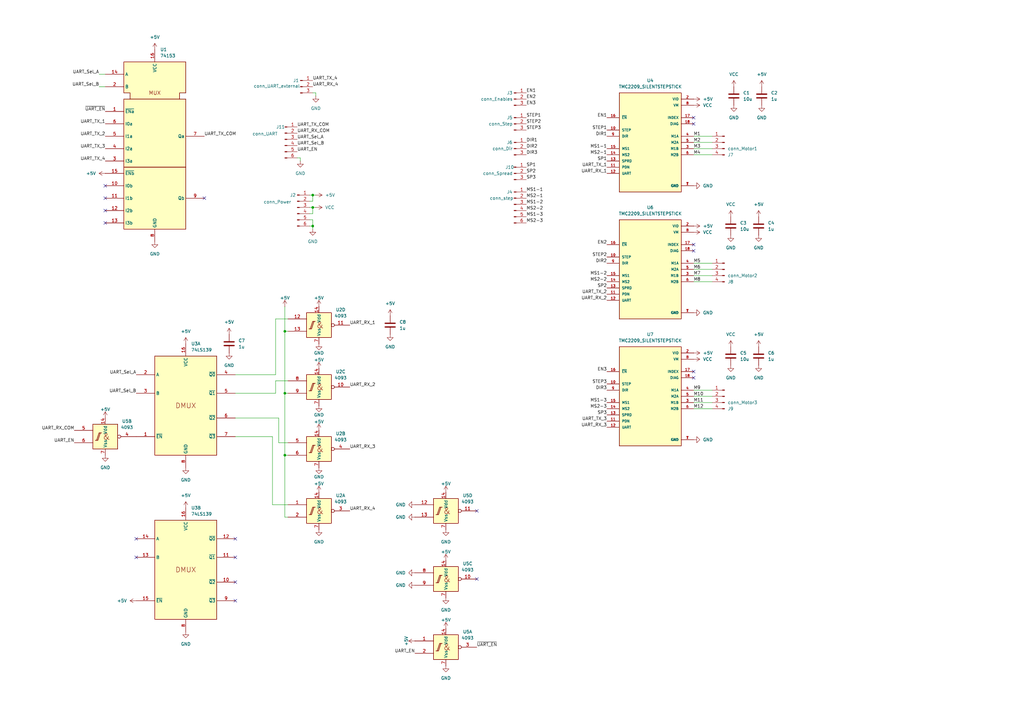
<source format=kicad_sch>
(kicad_sch (version 20231120) (generator "eeschema") (generator_version "8.0")
  (paper "A3")
  (title_block (title "Motor Driver Breakout") (date "2024-07-31") (rev "v0.1") (comment 1 "Author: Alexander Wersching") (comment 3 "P-Seminar Robotic") (comment 4 "Project GoBot"))
  (lib_symbols
    (symbol "4xxx_IEEE:4093"
      (property "Reference" "U" (at 3.81 6.35 0))
      (property "Value" "4093" (at 5.08 -6.35 0))
      (symbol "4093_0_0"
        (rectangle (start -5.08 5.08) (end 5.08 -5.08) (stroke (width 0.254)) (fill (type background)))
        (polyline (pts (xy -4.064 -1.524) (xy -3.048 -1.524) (xy -2.032 1.524) (xy -1.524 1.524) (xy -2.54 1.524) (xy -3.556 -1.524) (xy -3.556 -1.524)) (stroke (width 0.254)) (fill (type background)))
        (text "&" (at 0.508 0 0) (effects (font (size 2.54 2.54))))
        (pin power_in line (at 0 7.62 270) (length 2.54) (name "Vdd") (number "14"))
        (pin power_in line (at 0 -7.62 90) (length 2.54) (name "Vss") (number "7"))
      )
      (symbol "4093_1_1"
        (pin input line (at -12.7 2.54 0) (length 7.62) (name "~") (number "1"))
        (pin input line (at -12.7 -2.54 0) (length 7.62) (name "~") (number "2"))
        (pin output inverted (at 12.7 0 180) (length 7.62) (name "~") (number "3"))
      )
      (symbol "4093_2_1"
        (pin output inverted (at 12.7 0 180) (length 7.62) (name "~") (number "4"))
        (pin input line (at -12.7 2.54 0) (length 7.62) (name "~") (number "5"))
        (pin input line (at -12.7 -2.54 0) (length 7.62) (name "~") (number "6"))
      )
      (symbol "4093_3_1"
        (pin output inverted (at 12.7 0 180) (length 7.62) (name "~") (number "10"))
        (pin input line (at -12.7 2.54 0) (length 7.62) (name "~") (number "8"))
        (pin input line (at -12.7 -2.54 0) (length 7.62) (name "~") (number "9"))
      )
      (symbol "4093_4_1"
        (pin output inverted (at 12.7 0 180) (length 7.62) (name "~") (number "11"))
        (pin input line (at -12.7 2.54 0) (length 7.62) (name "~") (number "12"))
        (pin input line (at -12.7 -2.54 0) (length 7.62) (name "~") (number "13"))
      )
    )
    (symbol "74xx_IEEE:74153"
      (property "Reference" "U" (at 15.24 40.64 0))
      (property "Value" "74153" (at 7.62 -33.02 0))
      (symbol "74153_0_0"
        (rectangle (start -12.7 -5.08) (end 12.7 -30.48) (stroke (width 0.254)) (fill (type background)))
        (rectangle (start -12.7 22.86) (end 12.7 -5.08) (stroke (width 0.254)) (fill (type background)))
        (polyline (pts (xy -10.16 22.86) (xy -10.16 25.4) (xy -12.7 25.4) (xy -12.7 38.1) (xy 12.7 38.1) (xy 12.7 25.4) (xy 10.16 25.4) (xy 10.16 22.86) (xy 10.16 22.86)) (stroke (width 0.254)) (fill (type background)))
        (text "MUX" (at 0 25.4 0) (effects (font (size 1.524 1.524))))
        (pin power_in line (at 0 43.18 270) (length 5.08) (name "VCC") (number "16"))
        (pin power_in line (at 0 -35.56 90) (length 5.08) (name "GND") (number "8"))
      )
      (symbol "74153_1_1"
        (pin input line (at -20.32 17.78 0) (length 7.62) (name "~{ENa}") (number "1"))
        (pin input line (at -20.32 -12.7 0) (length 7.62) (name "I0b") (number "10"))
        (pin input line (at -20.32 -17.78 0) (length 7.62) (name "I1b") (number "11"))
        (pin input line (at -20.32 -22.86 0) (length 7.62) (name "I2b") (number "12"))
        (pin input line (at -20.32 -27.94 0) (length 7.62) (name "I3b") (number "13"))
        (pin input line (at -20.32 33.02 0) (length 7.62) (name "A") (number "14"))
        (pin input line (at -20.32 -7.62 0) (length 7.62) (name "~{ENb}") (number "15"))
        (pin input line (at -20.32 27.94 0) (length 7.62) (name "B") (number "2"))
        (pin input line (at -20.32 -2.54 0) (length 7.62) (name "I3a") (number "3"))
        (pin input line (at -20.32 2.54 0) (length 7.62) (name "I2a") (number "4"))
        (pin input line (at -20.32 7.62 0) (length 7.62) (name "I1a") (number "5"))
        (pin input line (at -20.32 12.7 0) (length 7.62) (name "I0a") (number "6"))
        (pin output line (at 20.32 7.62 180) (length 7.62) (name "Qa") (number "7"))
        (pin output line (at 20.32 -17.78 180) (length 7.62) (name "Qb") (number "9"))
      )
    )
    (symbol "74xx_IEEE:74LS139"
      (property "Reference" "U" (at 12.7 22.86 0))
      (property "Value" "74LS139" (at 15.24 -22.86 0))
      (symbol "74LS139_0_0"
        (rectangle (start -12.7 20.32) (end 12.7 -20.32) (stroke (width 0.254)) (fill (type background)))
        (text "DMUX" (at 0 0 0) (effects (font (size 2.032 2.032))))
        (pin power_in line (at 0 25.4 270) (length 5.08) (name "VCC") (number "16"))
        (pin power_in line (at 0 -25.4 90) (length 5.08) (name "GND") (number "8"))
      )
      (symbol "74LS139_1_1"
        (pin input line (at -20.32 -12.7 0) (length 7.62) (name "~{EN}") (number "1"))
        (pin input line (at -20.32 12.7 0) (length 7.62) (name "A") (number "2"))
        (pin input line (at -20.32 5.08 0) (length 7.62) (name "B") (number "3"))
        (pin output line (at 20.32 12.7 180) (length 7.62) (name "~{Q0}") (number "4"))
        (pin output line (at 20.32 5.08 180) (length 7.62) (name "~{Q1}") (number "5"))
        (pin output line (at 20.32 -5.08 180) (length 7.62) (name "~{Q2}") (number "6"))
        (pin output line (at 20.32 -12.7 180) (length 7.62) (name "~{Q3}") (number "7"))
      )
      (symbol "74LS139_2_1"
        (pin output line (at 20.32 -5.08 180) (length 7.62) (name "~{Q2}") (number "10"))
        (pin output line (at 20.32 5.08 180) (length 7.62) (name "~{Q1}") (number "11"))
        (pin output line (at 20.32 12.7 180) (length 7.62) (name "~{Q0}") (number "12"))
        (pin input line (at -20.32 5.08 0) (length 7.62) (name "B") (number "13"))
        (pin input line (at -20.32 12.7 0) (length 7.62) (name "A") (number "14"))
        (pin input line (at -20.32 -12.7 0) (length 7.62) (name "~{EN}") (number "15"))
        (pin output line (at 20.32 -12.7 180) (length 7.62) (name "~{Q3}") (number "9"))
      )
    )
    (symbol "Connector:Conn_01x03_Pin" (pin_names (offset 1.016) hide)
      (property "Reference" "J" (at 0 5.08 0))
      (property "Value" "Conn_01x03_Pin" (at 0 -5.08 0))
      (symbol "Conn_01x03_Pin_1_1"
        (polyline (pts (xy 1.27 -2.54) (xy 0.8636 -2.54)) (stroke (width 0.1524)))
        (polyline (pts (xy 1.27 0) (xy 0.8636 0)) (stroke (width 0.1524)))
        (polyline (pts (xy 1.27 2.54) (xy 0.8636 2.54)) (stroke (width 0.1524)))
        (rectangle (start 0.8636 -2.413) (end 0 -2.667) (stroke (width 0.1524)) (fill (type outline)))
        (rectangle (start 0.8636 0.127) (end 0 -0.127) (stroke (width 0.1524)) (fill (type outline)))
        (rectangle (start 0.8636 2.667) (end 0 2.413) (stroke (width 0.1524)) (fill (type outline)))
        (pin passive line (at 5.08 2.54 180) (length 3.81) (name "Pin_1") (number "1"))
        (pin passive line (at 5.08 0 180) (length 3.81) (name "Pin_2") (number "2"))
        (pin passive line (at 5.08 -2.54 180) (length 3.81) (name "Pin_3") (number "3"))
      )
    )
    (symbol "Connector:Conn_01x04_Pin" (pin_names (offset 1.016) hide)
      (property "Reference" "J" (at 0 5.08 0))
      (property "Value" "Conn_01x04_Pin" (at 0 -7.62 0))
      (symbol "Conn_01x04_Pin_1_1"
        (polyline (pts (xy 1.27 -5.08) (xy 0.8636 -5.08)) (stroke (width 0.1524)))
        (polyline (pts (xy 1.27 -2.54) (xy 0.8636 -2.54)) (stroke (width 0.1524)))
        (polyline (pts (xy 1.27 0) (xy 0.8636 0)) (stroke (width 0.1524)))
        (polyline (pts (xy 1.27 2.54) (xy 0.8636 2.54)) (stroke (width 0.1524)))
        (rectangle (start 0.8636 -4.953) (end 0 -5.207) (stroke (width 0.1524)) (fill (type outline)))
        (rectangle (start 0.8636 -2.413) (end 0 -2.667) (stroke (width 0.1524)) (fill (type outline)))
        (rectangle (start 0.8636 0.127) (end 0 -0.127) (stroke (width 0.1524)) (fill (type outline)))
        (rectangle (start 0.8636 2.667) (end 0 2.413) (stroke (width 0.1524)) (fill (type outline)))
        (pin passive line (at 5.08 2.54 180) (length 3.81) (name "Pin_1") (number "1"))
        (pin passive line (at 5.08 0 180) (length 3.81) (name "Pin_2") (number "2"))
        (pin passive line (at 5.08 -2.54 180) (length 3.81) (name "Pin_3") (number "3"))
        (pin passive line (at 5.08 -5.08 180) (length 3.81) (name "Pin_4") (number "4"))
      )
    )
    (symbol "Connector:Conn_01x06_Pin" (pin_names (offset 1.016) hide)
      (property "Reference" "J" (at 0 7.62 0))
      (property "Value" "Conn_01x06_Pin" (at 0 -10.16 0))
      (symbol "Conn_01x06_Pin_1_1"
        (polyline (pts (xy 1.27 -7.62) (xy 0.8636 -7.62)) (stroke (width 0.1524)))
        (polyline (pts (xy 1.27 -5.08) (xy 0.8636 -5.08)) (stroke (width 0.1524)))
        (polyline (pts (xy 1.27 -2.54) (xy 0.8636 -2.54)) (stroke (width 0.1524)))
        (polyline (pts (xy 1.27 0) (xy 0.8636 0)) (stroke (width 0.1524)))
        (polyline (pts (xy 1.27 2.54) (xy 0.8636 2.54)) (stroke (width 0.1524)))
        (polyline (pts (xy 1.27 5.08) (xy 0.8636 5.08)) (stroke (width 0.1524)))
        (rectangle (start 0.8636 -7.493) (end 0 -7.747) (stroke (width 0.1524)) (fill (type outline)))
        (rectangle (start 0.8636 -4.953) (end 0 -5.207) (stroke (width 0.1524)) (fill (type outline)))
        (rectangle (start 0.8636 -2.413) (end 0 -2.667) (stroke (width 0.1524)) (fill (type outline)))
        (rectangle (start 0.8636 0.127) (end 0 -0.127) (stroke (width 0.1524)) (fill (type outline)))
        (rectangle (start 0.8636 2.667) (end 0 2.413) (stroke (width 0.1524)) (fill (type outline)))
        (rectangle (start 0.8636 5.207) (end 0 4.953) (stroke (width 0.1524)) (fill (type outline)))
        (pin passive line (at 5.08 5.08 180) (length 3.81) (name "Pin_1") (number "1"))
        (pin passive line (at 5.08 2.54 180) (length 3.81) (name "Pin_2") (number "2"))
        (pin passive line (at 5.08 0 180) (length 3.81) (name "Pin_3") (number "3"))
        (pin passive line (at 5.08 -2.54 180) (length 3.81) (name "Pin_4") (number "4"))
        (pin passive line (at 5.08 -5.08 180) (length 3.81) (name "Pin_5") (number "5"))
        (pin passive line (at 5.08 -7.62 180) (length 3.81) (name "Pin_6") (number "6"))
      )
    )
    (symbol "Device:C" (pin_numbers hide) (pin_names (offset 0.254))
      (property "Reference" "C" (at 0.635 2.54 0))
      (property "Value" "C" (at 0.635 -2.54 0))
      (symbol "C_0_1"
        (polyline (pts (xy -2.032 -0.762) (xy 2.032 -0.762)) (stroke (width 0.508)))
        (polyline (pts (xy -2.032 0.762) (xy 2.032 0.762)) (stroke (width 0.508)))
      )
      (symbol "C_1_1"
        (pin passive line (at 0 3.81 270) (length 2.794) (name "~") (number "1"))
        (pin passive line (at 0 -3.81 90) (length 2.794) (name "~") (number "2"))
      )
    )
    (symbol "TMC2209:TMC2209_SILENTSTEPSTICK" (pin_names (offset 1.016))
      (property "Reference" "U" (at -12.7 22.86 0))
      (property "Value" "TMC2209_SILENTSTEPSTICK" (at -12.7 -22.86 0))
      (symbol "TMC2209_SILENTSTEPSTICK_0_0"
        (rectangle (start -12.7 -20.32) (end 12.7 20.32) (stroke (width 0.254)) (fill (type background)))
        (pin power_in line (at 17.78 -17.78 180) (length 5.08) (name "GND") (number "1"))
        (pin input line (at -17.78 5.08 0) (length 5.08) (name "STEP") (number "10"))
        (pin bidirectional line (at -17.78 -10.16 0) (length 5.08) (name "PDN") (number "11"))
        (pin bidirectional line (at -17.78 -12.7 0) (length 5.08) (name "UART") (number "12"))
        (pin input line (at -17.78 -7.62 0) (length 5.08) (name "SPRD") (number "13"))
        (pin input line (at -17.78 -5.08 0) (length 5.08) (name "MS2") (number "14"))
        (pin input line (at -17.78 -2.54 0) (length 5.08) (name "MS1") (number "15"))
        (pin input line (at -17.78 10.16 0) (length 5.08) (name "~{EN}") (number "16"))
        (pin output line (at 17.78 10.16 180) (length 5.08) (name "INDEX") (number "17"))
        (pin output line (at 17.78 7.62 180) (length 5.08) (name "DIAG") (number "18"))
        (pin power_in line (at 17.78 17.78 180) (length 5.08) (name "VIO") (number "2"))
        (pin output line (at 17.78 -2.54 180) (length 5.08) (name "M1B") (number "3"))
        (pin output line (at 17.78 2.54 180) (length 5.08) (name "M1A") (number "4"))
        (pin output line (at 17.78 0 180) (length 5.08) (name "M2A") (number "5"))
        (pin output line (at 17.78 -5.08 180) (length 5.08) (name "M2B") (number "6"))
        (pin power_in line (at 17.78 -17.78 180) (length 5.08) (name "GND") (number "7"))
        (pin power_in line (at 17.78 15.24 180) (length 5.08) (name "VM") (number "8"))
        (pin input line (at -17.78 2.54 0) (length 5.08) (name "DIR") (number "9"))
      )
    )
    (symbol "power:+5V" (power) (pin_numbers hide) (pin_names (offset 0) hide)
      (property "Value" "+5V" (at 0 3.556 0))
      (symbol "+5V_0_1"
        (polyline (pts (xy -0.762 1.27) (xy 0 2.54)))
        (polyline (pts (xy 0 0) (xy 0 2.54)))
        (polyline (pts (xy 0 2.54) (xy 0.762 1.27)))
      )
      (symbol "+5V_1_1"
        (pin power_in line (at 0 0 90) (length 0) (name "~") (number "1"))
      )
    )
    (symbol "power:GND" (power) (pin_numbers hide) (pin_names (offset 0) hide)
      (property "Value" "GND" (at 0 -3.81 0))
      (symbol "GND_0_1"
        (polyline (pts (xy 0 0) (xy 0 -1.27) (xy 1.27 -1.27) (xy 0 -2.54) (xy -1.27 -1.27) (xy 0 -1.27)))
      )
      (symbol "GND_1_1"
        (pin power_in line (at 0 0 270) (length 0) (name "~") (number "1"))
      )
    )
    (symbol "power:VCC" (power) (pin_numbers hide) (pin_names (offset 0) hide)
      (property "Value" "VCC" (at 0 3.556 0))
      (symbol "VCC_0_1"
        (polyline (pts (xy -0.762 1.27) (xy 0 2.54)))
        (polyline (pts (xy 0 0) (xy 0 2.54)))
        (polyline (pts (xy 0 2.54) (xy 0.762 1.27)))
      )
      (symbol "VCC_1_1"
        (pin power_in line (at 0 0 90) (length 0) (name "~") (number "1"))
      )
    )
  )
  (junction (at 116.84 186.69))
  (junction (at 128.27 92.71))
  (junction (at 116.84 161.29))
  (junction (at 116.84 135.89))
  (junction (at 128.27 85.09))
  (junction (at 128.27 80.01))
  (no_connect (at 195.58 237.49))
  (no_connect (at 43.18 76.2))
  (no_connect (at 284.48 48.26))
  (no_connect (at 96.52 246.38))
  (no_connect (at 284.48 154.94))
  (no_connect (at 284.48 50.8))
  (no_connect (at 43.18 86.36))
  (no_connect (at 43.18 81.28))
  (no_connect (at 55.88 228.6))
  (no_connect (at 96.52 238.76))
  (no_connect (at 43.18 91.44))
  (no_connect (at 96.52 228.6))
  (no_connect (at 96.52 220.98))
  (no_connect (at 195.58 209.55))
  (no_connect (at 55.88 220.98))
  (no_connect (at 284.48 152.4))
  (no_connect (at 284.48 100.33))
  (no_connect (at 83.82 81.28))
  (no_connect (at 284.48 102.87))
  (wire (pts (xy 128.27 38.1) (xy 129.54 38.1)))
  (wire (pts (xy 284.48 165.1) (xy 292.1 165.1)))
  (wire (pts (xy 128.27 90.17) (xy 128.27 92.71)))
  (wire (pts (xy 116.84 135.89) (xy 116.84 161.29)))
  (wire (pts (xy 284.48 160.02) (xy 292.1 160.02)))
  (wire (pts (xy 111.76 207.01) (xy 111.76 179.07)))
  (wire (pts (xy 116.84 135.89) (xy 118.11 135.89)))
  (wire (pts (xy 40.64 35.56) (xy 43.18 35.56)))
  (wire (pts (xy 127 82.55) (xy 128.27 82.55)))
  (wire (pts (xy 128.27 80.01) (xy 129.54 80.01)))
  (wire (pts (xy 128.27 80.01) (xy 128.27 82.55)))
  (wire (pts (xy 284.48 63.5) (xy 292.1 63.5)))
  (wire (pts (xy 113.03 156.21) (xy 113.03 161.29)))
  (wire (pts (xy 284.48 107.95) (xy 292.1 107.95)))
  (wire (pts (xy 111.76 179.07) (xy 96.52 179.07)))
  (wire (pts (xy 113.03 130.81) (xy 118.11 130.81)))
  (wire (pts (xy 121.92 64.77) (xy 123.19 64.77)))
  (wire (pts (xy 116.84 186.69) (xy 118.11 186.69)))
  (wire (pts (xy 114.3 181.61) (xy 118.11 181.61)))
  (wire (pts (xy 127 80.01) (xy 128.27 80.01)))
  (wire (pts (xy 123.19 64.77) (xy 123.19 66.04)))
  (wire (pts (xy 127 87.63) (xy 128.27 87.63)))
  (wire (pts (xy 129.54 38.1) (xy 129.54 39.37)))
  (wire (pts (xy 127 90.17) (xy 128.27 90.17)))
  (wire (pts (xy 116.84 186.69) (xy 116.84 212.09)))
  (wire (pts (xy 284.48 115.57) (xy 292.1 115.57)))
  (wire (pts (xy 284.48 110.49) (xy 292.1 110.49)))
  (wire (pts (xy 127 85.09) (xy 128.27 85.09)))
  (wire (pts (xy 113.03 153.67) (xy 113.03 130.81)))
  (wire (pts (xy 118.11 161.29) (xy 116.84 161.29)))
  (wire (pts (xy 96.52 153.67) (xy 113.03 153.67)))
  (wire (pts (xy 127 92.71) (xy 128.27 92.71)))
  (wire (pts (xy 113.03 161.29) (xy 96.52 161.29)))
  (wire (pts (xy 284.48 167.64) (xy 292.1 167.64)))
  (wire (pts (xy 284.48 58.42) (xy 292.1 58.42)))
  (wire (pts (xy 40.64 30.48) (xy 43.18 30.48)))
  (wire (pts (xy 116.84 212.09) (xy 118.11 212.09)))
  (wire (pts (xy 284.48 60.96) (xy 292.1 60.96)))
  (wire (pts (xy 284.48 55.88) (xy 292.1 55.88)))
  (wire (pts (xy 128.27 93.98) (xy 128.27 92.71)))
  (wire (pts (xy 284.48 113.03) (xy 292.1 113.03)))
  (wire (pts (xy 116.84 161.29) (xy 116.84 186.69)))
  (wire (pts (xy 128.27 85.09) (xy 129.54 85.09)))
  (wire (pts (xy 128.27 85.09) (xy 128.27 87.63)))
  (wire (pts (xy 96.52 171.45) (xy 114.3 171.45)))
  (wire (pts (xy 118.11 156.21) (xy 113.03 156.21)))
  (wire (pts (xy 114.3 171.45) (xy 114.3 181.61)))
  (wire (pts (xy 116.84 125.73) (xy 116.84 135.89)))
  (wire (pts (xy 284.48 162.56) (xy 292.1 162.56)))
  (wire (pts (xy 118.11 207.01) (xy 111.76 207.01)))
  (label "M12" (at 284.48 167.64 0))
  (label "UART_EN" (at 30.48 181.61 180))
  (label "UART_RX_2" (at 248.92 123.19 180))
  (label "STEP1" (at 248.92 53.34 180))
  (label "SP3" (at 248.92 170.18 180))
  (label "UART_RX_2" (at 143.51 158.75 0))
  (label "SP2" (at 215.9 71.12 0))
  (label "UART_Sel_B" (at 40.64 35.56 180))
  (label "EN3" (at 215.9 43.18 0))
  (label "UART_RX_3" (at 143.51 184.15 0))
  (label "SP3" (at 215.9 73.66 0))
  (label "M5" (at 284.48 107.95 0))
  (label "UART_RX_4" (at 143.51 209.55 0))
  (label "UART_RX_COM" (at 121.92 54.61 0))
  (label "UART_RX_3" (at 248.92 175.26 180))
  (label "MS1-3" (at 248.92 165.1 180))
  (label "DIR3" (at 248.92 160.02 180))
  (label "EN1" (at 215.9 38.1 0))
  (label "UART_TX_4" (at 43.18 66.04 180))
  (label "STEP3" (at 248.92 157.48 180))
  (label "EN1" (at 248.92 48.26 180))
  (label "UART_TX_1" (at 248.92 68.58 180))
  (label "MS2-3" (at 215.9 91.44 0))
  (label "M11" (at 284.48 165.1 0))
  (label "MS2-2" (at 248.92 115.57 180))
  (label "M9" (at 284.48 160.02 0))
  (label "UART_Sel_A" (at 40.64 30.48 180))
  (label "DIR2" (at 215.9 60.96 0))
  (label "M6" (at 284.48 110.49 0))
  (label "UART_TX_1" (at 43.18 50.8 180))
  (label "MS1-1" (at 215.9 78.74 0))
  (label "EN2" (at 248.92 100.33 180))
  (label "EN3" (at 248.92 152.4 180))
  (label "DIR1" (at 248.92 55.88 180))
  (label "M8" (at 284.48 115.57 0))
  (label "M10" (at 284.48 162.56 0))
  (label "UART_RX_1" (at 143.51 133.35 0))
  (label "STEP1" (at 215.9 48.26 0))
  (label "DIR3" (at 215.9 63.5 0))
  (label "MS1-2" (at 215.9 83.82 0))
  (label "MS1-3" (at 215.9 88.9 0))
  (label "M2" (at 284.48 58.42 0))
  (label "UART_Sel_B" (at 121.92 59.69 0))
  (label "SP1" (at 248.92 66.04 180))
  (label "MS1-1" (at 248.92 60.96 180))
  (label "UART_TX_COM" (at 83.82 55.88 0))
  (label "MS2-1" (at 248.92 63.5 180))
  (label "DIR1" (at 215.9 58.42 0))
  (label "UART_TX_2" (at 43.18 55.88 180))
  (label "STEP2" (at 248.92 105.41 180))
  (label "SP2" (at 248.92 118.11 180))
  (label "UART_TX_3" (at 43.18 60.96 180))
  (label "UART_TX_COM" (at 121.92 52.07 0))
  (label "~{UART_EN}" (at 43.18 45.72 180))
  (label "UART_TX_3" (at 248.92 172.72 180))
  (label "STEP2" (at 215.9 50.8 0))
  (label "M4" (at 284.48 63.5 0))
  (label "UART_RX_4" (at 128.27 35.56 0))
  (label "SP1" (at 215.9 68.58 0))
  (label "UART_EN" (at 170.18 267.97 180))
  (label "UART_TX_2" (at 248.92 120.65 180))
  (label "MS1-2" (at 248.92 113.03 180))
  (label "EN2" (at 215.9 40.64 0))
  (label "M3" (at 284.48 60.96 0))
  (label "UART_RX_COM" (at 30.48 176.53 180))
  (label "~{UART_EN}" (at 195.58 265.43 0))
  (label "UART_Sel_B" (at 55.88 161.29 180))
  (label "UART_Sel_A" (at 121.92 57.15 0))
  (label "UART_TX_4" (at 128.27 33.02 0))
  (label "UART_RX_1" (at 248.92 71.12 180))
  (label "UART_Sel_A" (at 55.88 153.67 180))
  (label "M7" (at 284.48 113.03 0))
  (label "STEP3" (at 215.9 53.34 0))
  (label "M1" (at 284.48 55.88 0))
  (label "MS2-3" (at 248.92 167.64 180))
  (label "MS2-1" (at 215.9 81.28 0))
  (label "MS2-2" (at 215.9 86.36 0))
  (label "UART_EN" (at 121.92 62.23 0))
  (label "DIR2" (at 248.92 107.95 180))
  (symbol (lib_id "74xx_IEEE:74LS139") (at 76.2 233.68 0) (unit 2)
    (property "Reference" "U3" (at 78.3941 208.28 0) (effects (justify left)))
    (property "Value" "74LS139" (at 78.3941 210.82 0) (effects (justify left)))
    (property "Footprint" "Package_DIP:DIP-16_W7.62mm_Socket" (effects (hide yes)))
    (property "Datasheet" "http://www.ti.com/lit/ds/symlink/sn74ls139a.pdf" (effects (hide yes)))
    (property "Description" "Dual Decoder 1 of 4, Active low outputs" (effects (hide yes)))
  )
  (symbol (lib_id "power:+5V") (at 43.18 71.12 90) (unit 1)
    (property "Reference" "#PWR022" (effects (hide yes)))
    (property "Value" "+5V" (at 39.37 71.1199 90) (effects (justify left)))
    (property "Description" "Power symbol creates a global label with name \"+5V\"" (effects (hide yes)))
  )
  (symbol (lib_id "power:+5V") (at 43.18 171.45 0) (unit 1)
    (property "Reference" "#PWR08" (effects (hide yes)))
    (property "Value" "+5V" (at 43.18 167.894 0))
    (property "Description" "Power symbol creates a global label with name \"+5V\"" (effects (hide yes)))
  )
  (symbol (lib_id "TMC2209:TMC2209_SILENTSTEPSTICK") (at 266.7 58.42 0) (unit 1)
    (property "Reference" "U4" (at 266.7 33.02 0))
    (property "Value" "TMC2209_SILENTSTEPSTICK" (at 266.7 35.56 0))
    (property "Footprint" "TMC2209:MODULE_TMC2209_SILENTSTEPSTICK" (effects (hide yes)))
    (property "MF" "Trinamic Motion Control GmbH" (effects (hide yes)))
    (property "Description_1" "\nTMC2209 Motor Controller/Driver Power Management Evaluation Board\n" (effects (hide yes)))
    (property "Package" "None" (effects (hide yes)))
    (property "Price" "None" (effects (hide yes)))
    (property "Check_prices" "https://www.snapeda.com/parts/TMC2209%20SILENTSTEPSTICK/Trinamic+Motion+Control+GmbH/view-part/?ref=eda" (effects (hide yes)))
    (property "STANDARD" "Manufacturer Recommendations" (effects (hide yes)))
    (property "PARTREV" "1.20" (effects (hide yes)))
    (property "SnapEDA_Link" "https://www.snapeda.com/parts/TMC2209%20SILENTSTEPSTICK/Trinamic+Motion+Control+GmbH/view-part/?ref=snap" (effects (hide yes)))
    (property "MP" "TMC2209 SILENTSTEPSTICK" (effects (hide yes)))
    (property "MANUFACTURER" "Trinamic Motion Control GmbH" (effects (hide yes)))
    (property "Availability" "In Stock" (effects (hide yes)))
    (property "SNAPEDA_PN" "TMC2209 SILENTSTEPSTICK" (effects (hide yes)))
  )
  (symbol (lib_id "4xxx_IEEE:4093") (at 130.81 184.15 0) (unit 2)
    (property "Reference" "U2" (at 139.7 177.8314 0))
    (property "Value" "4093" (at 139.7 180.3714 0))
    (property "Footprint" "Package_DIP:DIP-14_W7.62mm_Socket" (effects (hide yes)))
  )
  (symbol (lib_id "power:VCC") (at 299.72 88.9 0) (unit 1)
    (property "Reference" "#PWR041" (effects (hide yes)))
    (property "Value" "VCC" (at 299.72 83.82 0))
    (property "Description" "Power symbol creates a global label with name \"VCC\"" (effects (hide yes)))
  )
  (symbol (lib_id "power:GND") (at 170.18 240.03 270) (unit 1)
    (property "Reference" "#PWR031" (effects (hide yes)))
    (property "Value" "GND" (at 166.37 240.0299 90) (effects (justify right)))
    (property "Description" "Power symbol creates a global label with name \"GND\" , ground" (effects (hide yes)))
  )
  (symbol (lib_id "Device:C") (at 93.98 140.97 0) (unit 1)
    (property "Reference" "C7" (at 97.79 139.6999 0) (effects (justify left)))
    (property "Value" "1u" (at 97.79 142.2399 0) (effects (justify left)))
    (property "Footprint" "Capacitor_THT:C_Disc_D5.1mm_W3.2mm_P5.00mm" (effects (hide yes)))
    (property "Description" "Unpolarized capacitor" (effects (hide yes)))
  )
  (symbol (lib_id "Connector:Conn_01x04_Pin") (at 297.18 110.49 0) (mirror y) (unit 1)
    (property "Reference" "J8" (at 298.45 115.57 0) (effects (justify right)))
    (property "Value" "conn_Motor2" (at 298.45 113.03 0) (effects (justify right)))
    (property "Footprint" "Connector_PinHeader_2.54mm:PinHeader_1x04_P2.54mm_Vertical" (effects (hide yes)))
    (property "Description" "Generic connector, single row, 01x04, script generated" (effects (hide yes)))
  )
  (symbol (lib_id "power:+5V") (at 311.15 88.9 0) (unit 1)
    (property "Reference" "#PWR043" (effects (hide yes)))
    (property "Value" "+5V" (at 311.15 83.82 0))
    (property "Description" "Power symbol creates a global label with name \"+5V\"" (effects (hide yes)))
  )
  (symbol (lib_id "Device:C") (at 311.15 146.05 0) (unit 1)
    (property "Reference" "C6" (at 314.96 144.7799 0) (effects (justify left)))
    (property "Value" "1u" (at 314.96 147.3199 0) (effects (justify left)))
    (property "Footprint" "Capacitor_THT:C_Disc_D5.1mm_W3.2mm_P5.00mm" (effects (hide yes)))
    (property "Description" "Unpolarized capacitor" (effects (hide yes)))
  )
  (symbol (lib_id "4xxx_IEEE:4093") (at 182.88 265.43 0) (unit 1)
    (property "Reference" "U5" (at 191.77 259.1114 0))
    (property "Value" "4093" (at 191.77 261.6514 0))
    (property "Footprint" "Package_DIP:DIP-14_W7.62mm_Socket" (effects (hide yes)))
  )
  (symbol (lib_id "power:+5V") (at 130.81 176.53 0) (unit 1)
    (property "Reference" "#PWR04" (effects (hide yes)))
    (property "Value" "+5V" (at 130.81 172.974 0))
    (property "Description" "Power symbol creates a global label with name \"+5V\"" (effects (hide yes)))
  )
  (symbol (lib_id "power:GND") (at 299.72 96.52 0) (unit 1)
    (property "Reference" "#PWR042" (effects (hide yes)))
    (property "Value" "GND" (at 299.72 101.6 0))
    (property "Description" "Power symbol creates a global label with name \"GND\" , ground" (effects (hide yes)))
  )
  (symbol (lib_id "power:VCC") (at 284.48 95.25 270) (unit 1)
    (property "Reference" "#PWR028" (effects (hide yes)))
    (property "Value" "VCC" (at 288.29 95.2499 90) (effects (justify left)))
    (property "Description" "Power symbol creates a global label with name \"VCC\"" (effects (hide yes)))
  )
  (symbol (lib_id "Device:C") (at 312.42 39.37 0) (unit 1)
    (property "Reference" "C2" (at 316.23 38.0999 0) (effects (justify left)))
    (property "Value" "1u" (at 316.23 40.6399 0) (effects (justify left)))
    (property "Footprint" "Capacitor_THT:C_Disc_D5.1mm_W3.2mm_P5.00mm" (effects (hide yes)))
    (property "Description" "Unpolarized capacitor" (effects (hide yes)))
  )
  (symbol (lib_id "Connector:Conn_01x03_Pin") (at 210.82 40.64 0) (unit 1)
    (property "Reference" "J3" (at 209.042 38.1 0))
    (property "Value" "conn_Enables" (at 210.312 40.64 0) (effects (justify right)))
    (property "Footprint" "Connector_PinHeader_2.54mm:PinHeader_1x03_P2.54mm_Vertical" (effects (hide yes)))
    (property "Description" "Generic connector, single row, 01x03, script generated" (effects (hide yes)))
  )
  (symbol (lib_id "4xxx_IEEE:4093") (at 130.81 158.75 0) (unit 3)
    (property "Reference" "U2" (at 139.7 152.4314 0))
    (property "Value" "4093" (at 139.7 154.9714 0))
    (property "Footprint" "Package_DIP:DIP-14_W7.62mm_Socket" (effects (hide yes)))
  )
  (symbol (lib_id "power:+5V") (at 284.48 92.71 270) (unit 1)
    (property "Reference" "#PWR023" (effects (hide yes)))
    (property "Value" "+5V" (at 288.29 92.7099 90) (effects (justify left)))
    (property "Description" "Power symbol creates a global label with name \"+5V\"" (effects (hide yes)))
  )
  (symbol (lib_id "power:+5V") (at 55.88 246.38 90) (unit 1)
    (property "Reference" "#PWR021" (effects (hide yes)))
    (property "Value" "+5V" (at 52.07 246.3799 90) (effects (justify left)))
    (property "Description" "Power symbol creates a global label with name \"+5V\"" (effects (hide yes)))
  )
  (symbol (lib_id "power:+5V") (at 130.81 151.13 0) (unit 1)
    (property "Reference" "#PWR046" (effects (hide yes)))
    (property "Value" "+5V" (at 130.81 147.574 0))
    (property "Description" "Power symbol creates a global label with name \"+5V\"" (effects (hide yes)))
  )
  (symbol (lib_id "power:+5V") (at 160.02 129.54 0) (unit 1)
    (property "Reference" "#PWR057" (effects (hide yes)))
    (property "Value" "+5V" (at 160.02 124.46 0))
    (property "Description" "Power symbol creates a global label with name \"+5V\"" (effects (hide yes)))
  )
  (symbol (lib_id "74xx_IEEE:74LS139") (at 76.2 166.37 0) (unit 1)
    (property "Reference" "U3" (at 78.3941 140.97 0) (effects (justify left)))
    (property "Value" "74LS139" (at 78.3941 143.51 0) (effects (justify left)))
    (property "Footprint" "Package_DIP:DIP-16_W7.62mm_Socket" (effects (hide yes)))
    (property "Datasheet" "http://www.ti.com/lit/ds/symlink/sn74ls139a.pdf" (effects (hide yes)))
    (property "Description" "Dual Decoder 1 of 4, Active low outputs" (effects (hide yes)))
  )
  (symbol (lib_id "power:GND") (at 43.18 186.69 0) (unit 1)
    (property "Reference" "#PWR015" (effects (hide yes)))
    (property "Value" "GND" (at 43.18 191.77 0))
    (property "Description" "Power symbol creates a global label with name \"GND\" , ground" (effects (hide yes)))
  )
  (symbol (lib_id "power:+5V") (at 284.48 40.64 270) (unit 1)
    (property "Reference" "#PWR0103" (effects (hide yes)))
    (property "Value" "+5V" (at 288.29 40.6399 90) (effects (justify left)))
    (property "Description" "Power symbol creates a global label with name \"+5V\"" (effects (hide yes)))
  )
  (symbol (lib_id "power:GND") (at 170.18 234.95 270) (unit 1)
    (property "Reference" "#PWR032" (effects (hide yes)))
    (property "Value" "GND" (at 166.37 234.9499 90) (effects (justify right)))
    (property "Description" "Power symbol creates a global label with name \"GND\" , ground" (effects (hide yes)))
  )
  (symbol (lib_id "power:VCC") (at 300.99 35.56 0) (unit 1)
    (property "Reference" "#PWR038" (effects (hide yes)))
    (property "Value" "VCC" (at 300.99 30.48 0))
    (property "Description" "Power symbol creates a global label with name \"VCC\"" (effects (hide yes)))
  )
  (symbol (lib_id "power:GND") (at 76.2 259.08 0) (unit 1)
    (property "Reference" "#PWR03" (effects (hide yes)))
    (property "Value" "GND" (at 76.2 264.16 0))
    (property "Description" "Power symbol creates a global label with name \"GND\" , ground" (effects (hide yes)))
  )
  (symbol (lib_id "Connector:Conn_01x06_Pin") (at 210.82 83.82 0) (unit 1)
    (property "Reference" "J4" (at 209.042 78.74 0))
    (property "Value" "conn_step" (at 210.566 81.28 0) (effects (justify right)))
    (property "Footprint" "Connector_PinHeader_2.54mm:PinHeader_1x06_P2.54mm_Vertical" (effects (hide yes)))
    (property "Description" "Generic connector, single row, 01x06, script generated" (effects (hide yes)))
  )
  (symbol (lib_id "power:GND") (at 182.88 273.05 0) (unit 1)
    (property "Reference" "#PWR017" (effects (hide yes)))
    (property "Value" "GND" (at 182.88 278.13 0))
    (property "Description" "Power symbol creates a global label with name \"GND\" , ground" (effects (hide yes)))
  )
  (symbol (lib_id "power:GND") (at 284.48 180.34 90) (unit 1)
    (property "Reference" "#PWR026" (effects (hide yes)))
    (property "Value" "GND" (at 288.29 180.3399 90) (effects (justify right)))
    (property "Description" "Power symbol creates a global label with name \"GND\" , ground" (effects (hide yes)))
  )
  (symbol (lib_id "74xx_IEEE:74153") (at 63.5 63.5 0) (unit 1)
    (property "Reference" "U1" (at 65.6941 20.32 0) (effects (justify left)))
    (property "Value" "74153" (at 65.6941 22.86 0) (effects (justify left)))
    (property "Footprint" "Package_SO:SOIC-16_3.9x9.9mm_P1.27mm" (effects (hide yes)))
  )
  (symbol (lib_id "4xxx_IEEE:4093") (at 130.81 209.55 0) (unit 1)
    (property "Reference" "U2" (at 139.7 203.2314 0))
    (property "Value" "4093" (at 139.7 205.7714 0))
    (property "Footprint" "Package_DIP:DIP-14_W7.62mm_Socket" (effects (hide yes)))
  )
  (symbol (lib_id "Connector:Conn_01x06_Pin") (at 116.84 57.15 0) (unit 1)
    (property "Reference" "J11" (at 115.062 52.07 0))
    (property "Value" "conn_UART" (at 108.712 54.864 0))
    (property "Footprint" "Connector_PinHeader_2.54mm:PinHeader_1x06_P2.54mm_Vertical" (effects (hide yes)))
    (property "Description" "Generic connector, single row, 01x06, script generated" (effects (hide yes)))
  )
  (symbol (lib_id "power:+5V") (at 116.84 125.73 0) (unit 1)
    (property "Reference" "#PWR014" (effects (hide yes)))
    (property "Value" "+5V" (at 116.84 122.174 0))
    (property "Description" "Power symbol creates a global label with name \"+5V\"" (effects (hide yes)))
  )
  (symbol (lib_id "power:GND") (at 182.88 217.17 0) (unit 1)
    (property "Reference" "#PWR018" (effects (hide yes)))
    (property "Value" "GND" (at 182.88 222.25 0))
    (property "Description" "Power symbol creates a global label with name \"GND\" , ground" (effects (hide yes)))
  )
  (symbol (lib_id "Connector:Conn_01x03_Pin") (at 210.82 50.8 0) (unit 1)
    (property "Reference" "J5" (at 209.042 48.26 0))
    (property "Value" "conn_Step" (at 210.312 50.8 0) (effects (justify right)))
    (property "Footprint" "Connector_PinHeader_2.54mm:PinHeader_1x03_P2.54mm_Vertical" (effects (hide yes)))
    (property "Description" "Generic connector, single row, 01x03, script generated" (effects (hide yes)))
  )
  (symbol (lib_id "4xxx_IEEE:4093") (at 43.18 179.07 0) (unit 2)
    (property "Reference" "U5" (at 52.07 172.7514 0))
    (property "Value" "4093" (at 52.07 175.2914 0))
    (property "Footprint" "Package_DIP:DIP-14_W7.62mm_Socket" (effects (hide yes)))
  )
  (symbol (lib_id "Device:C") (at 300.99 39.37 0) (unit 1)
    (property "Reference" "C1" (at 304.8 38.0999 0) (effects (justify left)))
    (property "Value" "10u" (at 304.8 40.6399 0) (effects (justify left)))
    (property "Footprint" "Capacitor_THT:CP_Radial_D5.0mm_P2.00mm" (effects (hide yes)))
    (property "Description" "Unpolarized capacitor" (effects (hide yes)))
  )
  (symbol (lib_id "power:+5V") (at 76.2 208.28 0) (unit 1)
    (property "Reference" "#PWR010" (effects (hide yes)))
    (property "Value" "+5V" (at 76.2 203.2 0))
    (property "Description" "Power symbol creates a global label with name \"+5V\"" (effects (hide yes)))
  )
  (symbol (lib_id "power:VCC") (at 284.48 147.32 270) (unit 1)
    (property "Reference" "#PWR029" (effects (hide yes)))
    (property "Value" "VCC" (at 288.29 147.3199 90) (effects (justify left)))
    (property "Description" "Power symbol creates a global label with name \"VCC\"" (effects (hide yes)))
  )
  (symbol (lib_id "4xxx_IEEE:4093") (at 182.88 237.49 0) (unit 3)
    (property "Reference" "U5" (at 191.77 231.1714 0))
    (property "Value" "4093" (at 191.77 233.7114 0))
    (property "Footprint" "Package_DIP:DIP-14_W7.62mm_Socket" (effects (hide yes)))
  )
  (symbol (lib_id "power:GND") (at 300.99 43.18 0) (unit 1)
    (property "Reference" "#PWR020" (effects (hide yes)))
    (property "Value" "GND" (at 300.99 48.26 0))
    (property "Description" "Power symbol creates a global label with name \"GND\" , ground" (effects (hide yes)))
  )
  (symbol (lib_id "power:+5V") (at 130.81 125.73 0) (unit 1)
    (property "Reference" "#PWR044" (effects (hide yes)))
    (property "Value" "+5V" (at 130.81 122.174 0))
    (property "Description" "Power symbol creates a global label with name \"+5V\"" (effects (hide yes)))
  )
  (symbol (lib_id "power:+5V") (at 182.88 257.81 0) (unit 1)
    (property "Reference" "#PWR06" (effects (hide yes)))
    (property "Value" "+5V" (at 182.88 254.254 0))
    (property "Description" "Power symbol creates a global label with name \"+5V\"" (effects (hide yes)))
  )
  (symbol (lib_id "Connector:Conn_01x03_Pin") (at 210.82 71.12 0) (unit 1)
    (property "Reference" "J10" (at 209.042 68.58 0))
    (property "Value" "conn_Spread" (at 210.312 71.12 0) (effects (justify right)))
    (property "Footprint" "Connector_PinHeader_2.54mm:PinHeader_1x03_P2.54mm_Vertical" (effects (hide yes)))
    (property "Description" "Generic connector, single row, 01x03, script generated" (effects (hide yes)))
  )
  (symbol (lib_id "power:+5V") (at 76.2 140.97 0) (unit 1)
    (property "Reference" "#PWR019" (effects (hide yes)))
    (property "Value" "+5V" (at 76.2 135.8899 0))
    (property "Description" "Power symbol creates a global label with name \"+5V\"" (effects (hide yes)))
  )
  (symbol (lib_id "Device:C") (at 160.02 133.35 0) (unit 1)
    (property "Reference" "C8" (at 163.83 132.0799 0) (effects (justify left)))
    (property "Value" "1u" (at 163.83 134.6199 0) (effects (justify left)))
    (property "Footprint" "Capacitor_THT:C_Disc_D5.1mm_W3.2mm_P5.00mm" (effects (hide yes)))
    (property "Description" "Unpolarized capacitor" (effects (hide yes)))
  )
  (symbol (lib_id "power:GND") (at 93.98 144.78 0) (unit 1)
    (property "Reference" "#PWR056" (effects (hide yes)))
    (property "Value" "GND" (at 93.98 149.86 0))
    (property "Description" "Power symbol creates a global label with name \"GND\" , ground" (effects (hide yes)))
  )
  (symbol (lib_id "power:+5V") (at 129.54 80.01 270) (unit 1)
    (property "Reference" "#PWR036" (effects (hide yes)))
    (property "Value" "+5V" (at 133.35 80.0099 90) (effects (justify left)))
    (property "Description" "Power symbol creates a global label with name \"+5V\"" (effects (hide yes)))
  )
  (symbol (lib_id "power:VCC") (at 284.48 43.18 270) (unit 1)
    (property "Reference" "#PWR027" (effects (hide yes)))
    (property "Value" "VCC" (at 288.29 43.1799 90) (effects (justify left)))
    (property "Description" "Power symbol creates a global label with name \"VCC\"" (effects (hide yes)))
  )
  (symbol (lib_id "power:GND") (at 284.48 76.2 90) (unit 1)
    (property "Reference" "#PWR02" (effects (hide yes)))
    (property "Value" "GND" (at 288.29 76.1999 90) (effects (justify right)))
    (property "Description" "Power symbol creates a global label with name \"GND\" , ground" (effects (hide yes)))
  )
  (symbol (lib_id "power:GND") (at 170.18 207.01 270) (unit 1)
    (property "Reference" "#PWR033" (effects (hide yes)))
    (property "Value" "GND" (at 166.37 207.0099 90) (effects (justify right)))
    (property "Description" "Power symbol creates a global label with name \"GND\" , ground" (effects (hide yes)))
  )
  (symbol (lib_id "Device:C") (at 299.72 146.05 0) (unit 1)
    (property "Reference" "C5" (at 303.53 144.7799 0) (effects (justify left)))
    (property "Value" "10u" (at 303.53 147.3199 0) (effects (justify left)))
    (property "Footprint" "Capacitor_THT:CP_Radial_D5.0mm_P2.00mm" (effects (hide yes)))
    (property "Description" "Unpolarized capacitor" (effects (hide yes)))
  )
  (symbol (lib_id "TMC2209:TMC2209_SILENTSTEPSTICK") (at 266.7 162.56 0) (unit 1)
    (property "Reference" "U7" (at 266.7 137.16 0))
    (property "Value" "TMC2209_SILENTSTEPSTICK" (at 266.7 139.7 0))
    (property "Footprint" "TMC2209:MODULE_TMC2209_SILENTSTEPSTICK" (effects (hide yes)))
    (property "MF" "Trinamic Motion Control GmbH" (effects (hide yes)))
    (property "Description_1" "\nTMC2209 Motor Controller/Driver Power Management Evaluation Board\n" (effects (hide yes)))
    (property "Package" "None" (effects (hide yes)))
    (property "Price" "None" (effects (hide yes)))
    (property "Check_prices" "https://www.snapeda.com/parts/TMC2209%20SILENTSTEPSTICK/Trinamic+Motion+Control+GmbH/view-part/?ref=eda" (effects (hide yes)))
    (property "STANDARD" "Manufacturer Recommendations" (effects (hide yes)))
    (property "PARTREV" "1.20" (effects (hide yes)))
    (property "SnapEDA_Link" "https://www.snapeda.com/parts/TMC2209%20SILENTSTEPSTICK/Trinamic+Motion+Control+GmbH/view-part/?ref=snap" (effects (hide yes)))
    (property "MP" "TMC2209 SILENTSTEPSTICK" (effects (hide yes)))
    (property "MANUFACTURER" "Trinamic Motion Control GmbH" (effects (hide yes)))
    (property "Availability" "In Stock" (effects (hide yes)))
    (property "SNAPEDA_PN" "TMC2209 SILENTSTEPSTICK" (effects (hide yes)))
  )
  (symbol (lib_id "Connector:Conn_01x03_Pin") (at 123.19 35.56 0) (unit 1)
    (property "Reference" "J1" (at 121.412 33.02 0))
    (property "Value" "conn_UART_external" (at 113.538 35.306 0))
    (property "Footprint" "Connector_PinHeader_2.54mm:PinHeader_1x03_P2.54mm_Vertical" (effects (hide yes)))
    (property "Description" "Generic connector, single row, 01x03, script generated" (effects (hide yes)))
  )
  (symbol (lib_id "power:+5V") (at 93.98 137.16 0) (unit 1)
    (property "Reference" "#PWR055" (effects (hide yes)))
    (property "Value" "+5V" (at 93.98 132.08 0))
    (property "Description" "Power symbol creates a global label with name \"+5V\"" (effects (hide yes)))
  )
  (symbol (lib_id "power:GND") (at 130.81 140.97 0) (unit 1)
    (property "Reference" "#PWR045" (effects (hide yes)))
    (property "Value" "GND" (at 130.81 144.78 0))
    (property "Description" "Power symbol creates a global label with name \"GND\" , ground" (effects (hide yes)))
  )
  (symbol (lib_id "power:GND") (at 182.88 245.11 0) (unit 1)
    (property "Reference" "#PWR016" (effects (hide yes)))
    (property "Value" "GND" (at 182.88 250.19 0))
    (property "Description" "Power symbol creates a global label with name \"GND\" , ground" (effects (hide yes)))
  )
  (symbol (lib_id "Connector:Conn_01x03_Pin") (at 210.82 60.96 0) (unit 1)
    (property "Reference" "J6" (at 209.042 58.42 0))
    (property "Value" "conn_Dir" (at 210.312 60.96 0) (effects (justify right)))
    (property "Footprint" "Connector_PinHeader_2.54mm:PinHeader_1x03_P2.54mm_Vertical" (effects (hide yes)))
    (property "Description" "Generic connector, single row, 01x03, script generated" (effects (hide yes)))
  )
  (symbol (lib_id "4xxx_IEEE:4093") (at 182.88 209.55 0) (unit 4)
    (property "Reference" "U5" (at 191.77 203.2314 0))
    (property "Value" "4093" (at 191.77 205.7714 0))
    (property "Footprint" "Package_DIP:DIP-14_W7.62mm_Socket" (effects (hide yes)))
  )
  (symbol (lib_id "power:+5V") (at 182.88 229.87 0) (unit 1)
    (property "Reference" "#PWR09" (effects (hide yes)))
    (property "Value" "+5V" (at 182.88 226.314 0))
    (property "Description" "Power symbol creates a global label with name \"+5V\"" (effects (hide yes)))
  )
  (symbol (lib_id "power:GND") (at 129.54 39.37 0) (unit 1)
    (property "Reference" "#PWR012" (effects (hide yes)))
    (property "Value" "GND" (at 129.54 44.45 0))
    (property "Description" "Power symbol creates a global label with name \"GND\" , ground" (effects (hide yes)))
  )
  (symbol (lib_id "power:GND") (at 130.81 217.17 0) (unit 1)
    (property "Reference" "#PWR049" (effects (hide yes)))
    (property "Value" "GND" (at 130.81 222.25 0))
    (property "Description" "Power symbol creates a global label with name \"GND\" , ground" (effects (hide yes)))
  )
  (symbol (lib_id "power:+5V") (at 284.48 144.78 270) (unit 1)
    (property "Reference" "#PWR025" (effects (hide yes)))
    (property "Value" "+5V" (at 288.29 144.7799 90) (effects (justify left)))
    (property "Description" "Power symbol creates a global label with name \"+5V\"" (effects (hide yes)))
  )
  (symbol (lib_id "power:+5V") (at 130.81 201.93 0) (unit 1)
    (property "Reference" "#PWR048" (effects (hide yes)))
    (property "Value" "+5V" (at 130.81 198.374 0))
    (property "Description" "Power symbol creates a global label with name \"+5V\"" (effects (hide yes)))
  )
  (symbol (lib_id "power:GND") (at 311.15 96.52 0) (unit 1)
    (property "Reference" "#PWR050" (effects (hide yes)))
    (property "Value" "GND" (at 311.15 101.6 0))
    (property "Description" "Power symbol creates a global label with name \"GND\" , ground" (effects (hide yes)))
  )
  (symbol (lib_id "Connector:Conn_01x04_Pin") (at 297.18 162.56 0) (mirror y) (unit 1)
    (property "Reference" "J9" (at 298.45 167.64 0) (effects (justify right)))
    (property "Value" "conn_Motor3" (at 298.45 165.1 0) (effects (justify right)))
    (property "Footprint" "Connector_PinHeader_2.54mm:PinHeader_1x04_P2.54mm_Vertical" (effects (hide yes)))
    (property "Description" "Generic connector, single row, 01x04, script generated" (effects (hide yes)))
  )
  (symbol (lib_id "power:GND") (at 123.19 66.04 0) (unit 1)
    (property "Reference" "#PWR013" (effects (hide yes)))
    (property "Value" "GND" (at 123.19 71.12 0))
    (property "Description" "Power symbol creates a global label with name \"GND\" , ground" (effects (hide yes)))
  )
  (symbol (lib_id "power:GND") (at 160.02 137.16 0) (unit 1)
    (property "Reference" "#PWR058" (effects (hide yes)))
    (property "Value" "GND" (at 160.02 142.24 0))
    (property "Description" "Power symbol creates a global label with name \"GND\" , ground" (effects (hide yes)))
  )
  (symbol (lib_id "power:GND") (at 312.42 43.18 0) (unit 1)
    (property "Reference" "#PWR040" (effects (hide yes)))
    (property "Value" "GND" (at 312.42 48.26 0))
    (property "Description" "Power symbol creates a global label with name \"GND\" , ground" (effects (hide yes)))
  )
  (symbol (lib_id "power:GND") (at 311.15 149.86 0) (unit 1)
    (property "Reference" "#PWR054" (effects (hide yes)))
    (property "Value" "GND" (at 311.15 154.94 0))
    (property "Description" "Power symbol creates a global label with name \"GND\" , ground" (effects (hide yes)))
  )
  (symbol (lib_id "power:GND") (at 170.18 212.09 270) (unit 1)
    (property "Reference" "#PWR034" (effects (hide yes)))
    (property "Value" "GND" (at 166.37 212.0899 90) (effects (justify right)))
    (property "Description" "Power symbol creates a global label with name \"GND\" , ground" (effects (hide yes)))
  )
  (symbol (lib_id "TMC2209:TMC2209_SILENTSTEPSTICK") (at 266.7 110.49 0) (unit 1)
    (property "Reference" "U6" (at 266.7 85.09 0))
    (property "Value" "TMC2209_SILENTSTEPSTICK" (at 266.7 87.63 0))
    (property "Footprint" "TMC2209:MODULE_TMC2209_SILENTSTEPSTICK" (effects (hide yes)))
    (property "MF" "Trinamic Motion Control GmbH" (effects (hide yes)))
    (property "Description_1" "\nTMC2209 Motor Controller/Driver Power Management Evaluation Board\n" (effects (hide yes)))
    (property "Package" "None" (effects (hide yes)))
    (property "Price" "None" (effects (hide yes)))
    (property "Check_prices" "https://www.snapeda.com/parts/TMC2209%20SILENTSTEPSTICK/Trinamic+Motion+Control+GmbH/view-part/?ref=eda" (effects (hide yes)))
    (property "STANDARD" "Manufacturer Recommendations" (effects (hide yes)))
    (property "PARTREV" "1.20" (effects (hide yes)))
    (property "SnapEDA_Link" "https://www.snapeda.com/parts/TMC2209%20SILENTSTEPSTICK/Trinamic+Motion+Control+GmbH/view-part/?ref=snap" (effects (hide yes)))
    (property "MP" "TMC2209 SILENTSTEPSTICK" (effects (hide yes)))
    (property "MANUFACTURER" "Trinamic Motion Control GmbH" (effects (hide yes)))
    (property "Availability" "In Stock" (effects (hide yes)))
    (property "SNAPEDA_PN" "TMC2209 SILENTSTEPSTICK" (effects (hide yes)))
  )
  (symbol (lib_id "power:+5V") (at 63.5 20.32 0) (unit 1)
    (property "Reference" "#PWR0101" (effects (hide yes)))
    (property "Value" "+5V" (at 63.5 15.2399 0))
    (property "Description" "Power symbol creates a global label with name \"+5V\"" (effects (hide yes)))
  )
  (symbol (lib_id "power:VCC") (at 129.54 85.09 270) (unit 1)
    (property "Reference" "#PWR037" (effects (hide yes)))
    (property "Value" "VCC" (at 133.35 85.0899 90) (effects (justify left)))
    (property "Description" "Power symbol creates a global label with name \"VCC\"" (effects (hide yes)))
  )
  (symbol (lib_id "power:GND") (at 63.5 99.06 0) (unit 1)
    (property "Reference" "#PWR01" (effects (hide yes)))
    (property "Value" "GND" (at 63.5 104.14 0))
    (property "Description" "Power symbol creates a global label with name \"GND\" , ground" (effects (hide yes)))
  )
  (symbol (lib_id "Connector:Conn_01x06_Pin") (at 121.92 85.09 0) (unit 1)
    (property "Reference" "J2" (at 120.142 80.01 0))
    (property "Value" "conn_Power" (at 113.792 82.804 0))
    (property "Footprint" "Connector_PinHeader_2.54mm:PinHeader_1x06_P2.54mm_Vertical" (effects (hide yes)))
    (property "Description" "Generic connector, single row, 01x06, script generated" (effects (hide yes)))
  )
  (symbol (lib_id "power:+5V") (at 311.15 142.24 0) (unit 1)
    (property "Reference" "#PWR053" (effects (hide yes)))
    (property "Value" "+5V" (at 311.15 137.16 0))
    (property "Description" "Power symbol creates a global label with name \"+5V\"" (effects (hide yes)))
  )
  (symbol (lib_id "power:+5V") (at 312.42 35.56 0) (unit 1)
    (property "Reference" "#PWR039" (effects (hide yes)))
    (property "Value" "+5V" (at 312.42 30.48 0))
    (property "Description" "Power symbol creates a global label with name \"+5V\"" (effects (hide yes)))
  )
  (symbol (lib_id "4xxx_IEEE:4093") (at 130.81 133.35 0) (unit 4)
    (property "Reference" "U2" (at 139.7 127.0314 0))
    (property "Value" "4093" (at 139.7 129.5714 0))
    (property "Footprint" "Package_DIP:DIP-14_W7.62mm_Socket" (effects (hide yes)))
  )
  (symbol (lib_id "Device:C") (at 299.72 92.71 0) (unit 1)
    (property "Reference" "C3" (at 303.53 91.4399 0) (effects (justify left)))
    (property "Value" "10u" (at 303.53 93.9799 0) (effects (justify left)))
    (property "Footprint" "Capacitor_THT:CP_Radial_D5.0mm_P2.00mm" (effects (hide yes)))
    (property "Description" "Unpolarized capacitor" (effects (hide yes)))
  )
  (symbol (lib_id "power:GND") (at 76.2 191.77 0) (unit 1)
    (property "Reference" "#PWR05" (effects (hide yes)))
    (property "Value" "GND" (at 76.2 196.85 0))
    (property "Description" "Power symbol creates a global label with name \"GND\" , ground" (effects (hide yes)))
  )
  (symbol (lib_id "power:GND") (at 299.72 149.86 0) (unit 1)
    (property "Reference" "#PWR052" (effects (hide yes)))
    (property "Value" "GND" (at 299.72 154.94 0))
    (property "Description" "Power symbol creates a global label with name \"GND\" , ground" (effects (hide yes)))
  )
  (symbol (lib_id "power:GND") (at 284.48 128.27 90) (unit 1)
    (property "Reference" "#PWR024" (effects (hide yes)))
    (property "Value" "GND" (at 288.29 128.2699 90) (effects (justify right)))
    (property "Description" "Power symbol creates a global label with name \"GND\" , ground" (effects (hide yes)))
  )
  (symbol (lib_id "power:GND") (at 130.81 191.77 0) (unit 1)
    (property "Reference" "#PWR011" (effects (hide yes)))
    (property "Value" "GND" (at 130.81 195.58 0))
    (property "Description" "Power symbol creates a global label with name \"GND\" , ground" (effects (hide yes)))
  )
  (symbol (lib_id "power:VCC") (at 299.72 142.24 0) (unit 1)
    (property "Reference" "#PWR051" (effects (hide yes)))
    (property "Value" "VCC" (at 299.72 137.16 0))
    (property "Description" "Power symbol creates a global label with name \"VCC\"" (effects (hide yes)))
  )
  (symbol (lib_id "power:GND") (at 130.81 166.37 0) (unit 1)
    (property "Reference" "#PWR047" (effects (hide yes)))
    (property "Value" "GND" (at 130.81 170.18 0))
    (property "Description" "Power symbol creates a global label with name \"GND\" , ground" (effects (hide yes)))
  )
  (symbol (lib_id "power:+5V") (at 182.88 201.93 0) (unit 1)
    (property "Reference" "#PWR07" (effects (hide yes)))
    (property "Value" "+5V" (at 182.88 198.374 0))
    (property "Description" "Power symbol creates a global label with name \"+5V\"" (effects (hide yes)))
  )
  (symbol (lib_id "Connector:Conn_01x04_Pin") (at 297.18 58.42 0) (mirror y) (unit 1)
    (property "Reference" "J7" (at 298.45 63.5 0) (effects (justify right)))
    (property "Value" "conn_Motor1" (at 298.45 60.96 0) (effects (justify right)))
    (property "Footprint" "Connector_PinHeader_2.54mm:PinHeader_1x04_P2.54mm_Vertical" (effects (hide yes)))
    (property "Description" "Generic connector, single row, 01x04, script generated" (effects (hide yes)))
  )
  (symbol (lib_id "power:+5V") (at 170.18 262.89 90) (unit 1)
    (property "Reference" "#PWR030" (effects (hide yes)))
    (property "Value" "+5V" (at 166.624 262.89 0))
    (property "Description" "Power symbol creates a global label with name \"+5V\"" (effects (hide yes)))
  )
  (symbol (lib_id "power:GND") (at 128.27 93.98 0) (unit 1)
    (property "Reference" "#PWR035" (effects (hide yes)))
    (property "Value" "GND" (at 128.27 99.06 0))
    (property "Description" "Power symbol creates a global label with name \"GND\" , ground" (effects (hide yes)))
  )
  (symbol (lib_id "Device:C") (at 311.15 92.71 0) (unit 1)
    (property "Reference" "C4" (at 314.96 91.4399 0) (effects (justify left)))
    (property "Value" "1u" (at 314.96 93.9799 0) (effects (justify left)))
    (property "Footprint" "Capacitor_THT:C_Disc_D5.1mm_W3.2mm_P5.00mm" (effects (hide yes)))
    (property "Description" "Unpolarized capacitor" (effects (hide yes)))
  )
)
</source>
